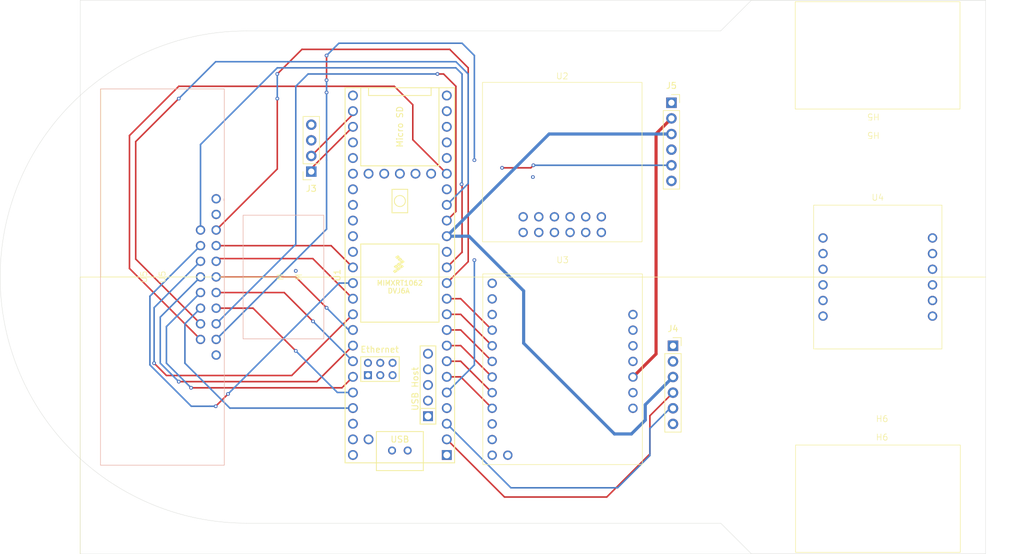
<source format=kicad_pcb>
(kicad_pcb (version 20241229) (generator "pcbnew") (generator_version "9.0")
  (title_block (title "Line Follower") (date "2025-07-18") (rev "1.0"))
  (layers (0 "F.Cu" signal) (4 "In1.Cu" power) (6 "In2.Cu" power) (2 "B.Cu" signal) (13 "F.Paste" user) (15 "B.Paste" user) (5 "F.SilkS" user "F.Silkscreen") (7 "B.SilkS" user "B.Silkscreen") (1 "F.Mask" user) (3 "B.Mask" user) (25 "Edge.Cuts" user))
  (net 0 "")
  (net 32 "+5V")
  (net 33 "GND")
  (net 34 "+12V")
  (net 47 "/QTRX5")
  (net 48 "/QTRX9")
  (net 49 "/QTRX15")
  (net 50 "/QTRX3")
  (net 51 "+3.3V")
  (net 52 "/QTRX7")
  (net 53 "/QTRX1")
  (net 54 "/QTRX13")
  (net 55 "/QTRXODD")
  (net 56 "/QTRX11")
  (net 57 "/QTRX14")
  (net 58 "/QTRX6")
  (net 59 "/QTRXEVN")
  (net 60 "/QTRX10")
  (net 61 "/QTRX2")
  (net 62 "/QTRX12")
  (net 63 "/QTRX4")
  (net 64 "/QTRX8")
  (net 65 "/ESP8266 RX8")
  (net 66 "/ESP8266 TX8")
  (net 67 "/M2INA")
  (net 68 "/M1INB")
  (net 69 "/ENCODER1_A")
  (net 70 "/M2INB")
  (net 71 "/M2PWM")
  (net 72 "/M1PWM")
  (net 73 "/ENCODER2_B")
  (net 77 "/M1INA")
  (net 78 "/ENCODER2_A")
  (net 79 "/ENCODER1_B")
  (net 81 "/M2A")
  (net 82 "/M1A")
  (net 83 "/M1B")
  (net 84 "/M2B")
  (net 89 "+3.3V1")
  (footprint "teensy:Teensy41" (layer "F.Cu") (at 117.9 91.71 90)
    (property "Reference" "U1" (at 0 -10.16 90) (layer "F.SilkS"))
    (property "Value" "Teensy4.1")
    (fp_line (start 30.48 -8.89) (end 30.48 8.89) (stroke (width 0.15)) (layer "F.SilkS"))
    (fp_line (start -30.48 -8.89) (end 30.48 -8.89) (stroke (width 0.15)) (layer "F.SilkS"))
    (fp_line (start -13.25 -6.3516) (end -17.25 -6.3516) (stroke (width 0.15)) (layer "F.SilkS"))
    (fp_line (start -17.25 -6.3516) (end -17.25 -6.1016) (stroke (width 0.15)) (layer "F.SilkS"))
    (fp_line (start 30.48 -6.35) (end 17.78 -6.35) (stroke (width 0.15)) (layer "F.SilkS"))
    (fp_line (start 17.78 -6.35) (end 17.78 6.35) (stroke (width 0.15)) (layer "F.SilkS"))
    (fp_line (start 5.08 -6.35) (end -7.62 -6.35) (stroke (width 0.15)) (layer "F.SilkS"))
    (fp_line (start -7.62 -6.35) (end -7.62 6.35) (stroke (width 0.15)) (layer "F.SilkS"))
    (fp_line (start -17.25 -6.1016) (end -17.25 -0.1016) (stroke (width 0.15)) (layer "F.SilkS"))
    (fp_line (start 30.48 -5.08) (end 29.21 -5.08) (stroke (width 0.15)) (layer "F.SilkS"))
    (fp_line (start 29.21 -5.08) (end 29.21 5.08) (stroke (width 0.15)) (layer "F.SilkS"))
    (fp_line (start -25.4 -3.81) (end -30.48 -3.81) (stroke (width 0.15)) (layer "F.SilkS"))
    (fp_line (start -31.75 -3.81) (end -30.48 -3.81) (stroke (width 0.15)) (layer "F.SilkS"))
    (fp_line (start 13.97 -1.27) (end 13.97 1.27) (stroke (width 0.15)) (layer "F.SilkS"))
    (fp_line (start 10.16 -1.27) (end 13.97 -1.27) (stroke (width 0.15)) (layer "F.SilkS"))
    (fp_line (start -13.25 -0.1016) (end -13.25 -6.3516) (stroke (width 0.15)) (layer "F.SilkS"))
    (fp_line (start -17.25 -0.1016) (end -13.25 -0.1016) (stroke (width 0.15)) (layer "F.SilkS"))
    (fp_line (start 13.97 1.27) (end 10.16 1.27) (stroke (width 0.15)) (layer "F.SilkS"))
    (fp_line (start 10.16 1.27) (end 10.16 -1.27) (stroke (width 0.15)) (layer "F.SilkS"))
    (fp_line (start -11.4808 3.2992) (end -11.4808 5.8392) (stroke (width 0.15)) (layer "F.SilkS"))
    (fp_line (start -21.6408 3.2992) (end -21.6408 5.8392) (stroke (width 0.15)) (layer "F.SilkS"))
    (fp_line (start -24.1808 3.2992) (end -11.4808 3.2992) (stroke (width 0.15)) (layer "F.SilkS"))
    (fp_line (start -24.1808 3.2992) (end -21.6408 3.2992) (stroke (width 0.15)) (layer "F.SilkS"))
    (fp_line (start -25.4 3.81) (end -25.4 -3.81) (stroke (width 0.15)) (layer "F.SilkS"))
    (fp_line (start -25.4 3.81) (end -30.48 3.81) (stroke (width 0.15)) (layer "F.SilkS"))
    (fp_line (start -30.48 3.81) (end -31.75 3.81) (stroke (width 0.15)) (layer "F.SilkS"))
    (fp_line (start -31.75 3.81) (end -31.75 -3.81) (stroke (width 0.15)) (layer "F.SilkS"))
    (fp_line (start 29.21 5.08) (end 30.48 5.08) (stroke (width 0.15)) (layer "F.SilkS"))
    (fp_line (start -11.4808 5.8392) (end -24.1808 5.8392) (stroke (width 0.15)) (layer "F.SilkS"))
    (fp_line (start -24.1808 5.8392) (end -24.1808 3.2992) (stroke (width 0.15)) (layer "F.SilkS"))
    (fp_line (start 17.78 6.35) (end 30.48 6.35) (stroke (width 0.15)) (layer "F.SilkS"))
    (fp_line (start 5.08 6.35) (end 5.08 -6.35) (stroke (width 0.15)) (layer "F.SilkS"))
    (fp_line (start -7.62 6.35) (end 5.08 6.35) (stroke (width 0.15)) (layer "F.SilkS"))
    (fp_line (start 30.48 8.89) (end -30.48 8.89) (stroke (width 0.15)) (layer "F.SilkS"))
    (fp_line (start -30.48 8.89) (end -30.48 -8.89) (stroke (width 0.15)) (layer "F.SilkS"))
    (fp_circle (center 12.065 0) (end 12.7 -0.635) (stroke (width 0.15)) (fill no) (layer "F.SilkS"))
    (fp_poly (pts (xy 0.911 -0.688) (xy 0.657 -0.434) (xy 0.403 -0.815) (xy 0.657 -1.069)) (stroke (width 0.1)) (fill yes) (layer "F.SilkS"))
    (fp_poly (pts (xy 1.673 -0.561) (xy 1.419 -0.307) (xy 1.165 -0.688) (xy 1.419 -0.942)) (stroke (width 0.1)) (fill yes) (layer "F.SilkS"))
    (fp_poly (pts (xy 3.197 -0.307) (xy 2.943 -0.053) (xy 2.689 -0.434) (xy 2.943 -0.688)) (stroke (width 0.1)) (fill yes) (layer "F.SilkS"))
    (fp_poly (pts (xy 1.292 -0.18) (xy 1.038 0.074) (xy 0.784 -0.307) (xy 1.038 -0.561)) (stroke (width 0.1)) (fill yes) (layer "F.SilkS"))
    (fp_poly (pts (xy 2.054 -0.053) (xy 1.8 0.201) (xy 1.546 -0.18) (xy 1.8 -0.434)) (stroke (width 0.1)) (fill yes) (layer "F.SilkS"))
    (fp_poly (pts (xy 2.816 0.074) (xy 2.562 0.328) (xy 2.308 -0.053) (xy 2.562 -0.307)) (stroke (width 0.1)) (fill yes) (layer "F.SilkS"))
    (fp_poly (pts (xy 1.673 0.328) (xy 1.419 0.582) (xy 1.165 0.201) (xy 1.419 -0.053)) (stroke (width 0.1)) (fill yes) (layer "F.SilkS"))
    (fp_poly (pts (xy 2.435 0.455) (xy 2.181 0.709) (xy 1.927 0.328) (xy 2.181 0.074)) (stroke (width 0.1)) (fill yes) (layer "F.SilkS"))
    (fp_text user "Micro SD" (at 24.13 0 90) (layer "F.SilkS"))
    (fp_text user "MIMXRT1062" (at -1.27 0 0) (layer "F.SilkS") (effects (font (size 0.8 0.8))))
    (fp_text user "USB Host" (at -18.4658 2.4892 90) (layer "F.SilkS"))
    (fp_text user "USB" (at -26.67 0 0) (layer "F.SilkS"))
    (fp_text user "Ethernet" (at -12.065 -3.2766 0) (layer "F.SilkS"))
    (fp_text user "DVJ6A" (at -2.54 -0.18 0) (layer "F.SilkS") (effects (font (size 0.8 0.8))))
    (pad "1" thru_hole rect (at -29.21 7.62 90) (size 1.6 1.6) (drill 1.1) (layers "*.Cu" "*.Mask") (net 33 "GND"))
    (pad "2" thru_hole circle (at -26.67 7.62 90) (size 1.6 1.6) (drill 1.1) (layers "*.Cu" "*.Mask") (net 69 "/ENCODER1_A"))
    (pad "3" thru_hole circle (at -24.13 7.62 90) (size 1.6 1.6) (drill 1.1) (layers "*.Cu" "*.Mask") (net 79 "/ENCODER1_B"))
    (pad "4" thru_hole circle (at -21.59 7.62 90) (size 1.6 1.6) (drill 1.1) (layers "*.Cu" "*.Mask") (net 78 "/ENCODER2_A"))
    (pad "5" thru_hole circle (at -19.05 7.62 90) (size 1.6 1.6) (drill 1.1) (layers "*.Cu" "*.Mask") (net 73 "/ENCODER2_B"))
    (pad "6" thru_hole circle (at -16.51 7.62 90) (size 1.6 1.6) (drill 1.1) (layers "*.Cu" "*.Mask") (net 71 "/M2PWM"))
    (pad "7" thru_hole circle (at -13.97 7.62 90) (size 1.6 1.6) (drill 1.1) (layers "*.Cu" "*.Mask") (net 70 "/M2INB"))
    (pad "8" thru_hole circle (at -11.43 7.62 90) (size 1.6 1.6) (drill 1.1) (layers "*.Cu" "*.Mask") (net 67 "/M2INA"))
    (pad "9" thru_hole circle (at -8.89 7.62 90) (size 1.6 1.6) (drill 1.1) (layers "*.Cu" "*.Mask") (net 72 "/M1PWM"))
    (pad "10" thru_hole circle (at -6.35 7.62 90) (size 1.6 1.6) (drill 1.1) (layers "*.Cu" "*.Mask") (net 68 "/M1INB"))
    (pad "11" thru_hole circle (at -3.81 7.62 90) (size 1.6 1.6) (drill 1.1) (layers "*.Cu" "*.Mask") (net 77 "/M1INA"))
    (pad "12" thru_hole circle (at -1.27 7.62 90) (size 1.6 1.6) (drill 1.1) (layers "*.Cu" "*.Mask") (net 55 "/QTRXODD"))
    (pad "13" thru_hole circle (at 1.27 7.62 90) (size 1.6 1.6) (drill 1.1) (layers "*.Cu" "*.Mask") (net 59 "/QTRXEVN"))
    (pad "14" thru_hole circle (at 3.81 7.62 90) (size 1.6 1.6) (drill 1.1) (layers "*.Cu" "*.Mask"))
    (pad "15" thru_hole circle (at 6.35 7.62 90) (size 1.6 1.6) (drill 1.1) (layers "*.Cu" "*.Mask") (net 51 "+3.3V"))
    (pad "16" thru_hole circle (at 8.89 7.62 90) (size 1.6 1.6) (drill 1.1) (layers "*.Cu" "*.Mask") (net 56 "/QTRX11"))
    (pad "17" thru_hole circle (at 11.43 7.62 90) (size 1.6 1.6) (drill 1.1) (layers "*.Cu" "*.Mask") (net 62 "/QTRX12"))
    (pad "18" thru_hole circle (at 13.97 7.62 90) (size 1.6 1.6) (drill 1.1) (layers "*.Cu" "*.Mask") (net 54 "/QTRX13"))
    (pad "19" thru_hole circle (at 16.51 7.62 90) (size 1.6 1.6) (drill 1.1) (layers "*.Cu" "*.Mask") (net 57 "/QTRX14"))
    (pad "20" thru_hole circle (at 19.05 7.62 90) (size 1.6 1.6) (drill 1.1) (layers "*.Cu" "*.Mask"))
    (pad "21" thru_hole circle (at 21.59 7.62 90) (size 1.6 1.6) (drill 1.1) (layers "*.Cu" "*.Mask"))
    (pad "22" thru_hole circle (at 24.13 7.62 90) (size 1.6 1.6) (drill 1.1) (layers "*.Cu" "*.Mask"))
    (pad "23" thru_hole circle (at 26.67 7.62 90) (size 1.6 1.6) (drill 1.1) (layers "*.Cu" "*.Mask"))
    (pad "24" thru_hole circle (at 29.21 7.62 90) (size 1.6 1.6) (drill 1.1) (layers "*.Cu" "*.Mask"))
    (pad "25" thru_hole circle (at 29.21 -7.62 90) (size 1.6 1.6) (drill 1.1) (layers "*.Cu" "*.Mask"))
    (pad "26" thru_hole circle (at 26.67 -7.62 90) (size 1.6 1.6) (drill 1.1) (layers "*.Cu" "*.Mask") (net 66 "/ESP8266 TX8"))
    (pad "27" thru_hole circle (at 24.13 -7.62 90) (size 1.6 1.6) (drill 1.1) (layers "*.Cu" "*.Mask") (net 65 "/ESP8266 RX8"))
    (pad "28" thru_hole circle (at 21.59 -7.62 90) (size 1.6 1.6) (drill 1.1) (layers "*.Cu" "*.Mask"))
    (pad "29" thru_hole circle (at 19.05 -7.62 90) (size 1.6 1.6) (drill 1.1) (layers "*.Cu" "*.Mask"))
    (pad "30" thru_hole circle (at 16.51 -7.62 90) (size 1.6 1.6) (drill 1.1) (layers "*.Cu" "*.Mask") (net 49 "/QTRX15"))
    (pad "31" thru_hole circle (at 13.97 -7.62 90) (size 1.6 1.6) (drill 1.1) (layers "*.Cu" "*.Mask"))
    (pad "32" thru_hole circle (at 11.43 -7.62 90) (size 1.6 1.6) (drill 1.1) (layers "*.Cu" "*.Mask"))
    (pad "33" thru_hole circle (at 8.89 -7.62 90) (size 1.6 1.6) (drill 1.1) (layers "*.Cu" "*.Mask"))
    (pad "34" thru_hole circle (at 6.35 -7.62 90) (size 1.6 1.6) (drill 1.1) (layers "*.Cu" "*.Mask") (net 33 "GND"))
    (pad "35" thru_hole circle (at 3.81 -7.62 90) (size 1.6 1.6) (drill 1.1) (layers "*.Cu" "*.Mask"))
    (pad "36" thru_hole circle (at 1.27 -7.62 90) (size 1.6 1.6) (drill 1.1) (layers "*.Cu" "*.Mask") (net 53 "/QTRX1"))
    (pad "37" thru_hole circle (at -1.27 -7.62 90) (size 1.6 1.6) (drill 1.1) (layers "*.Cu" "*.Mask") (net 61 "/QTRX2"))
    (pad "38" thru_hole circle (at -3.81 -7.62 90) (size 1.6 1.6) (drill 1.1) (layers "*.Cu" "*.Mask") (net 50 "/QTRX3"))
    (pad "39" thru_hole circle (at -6.35 -7.62 90) (size 1.6 1.6) (drill 1.1) (layers "*.Cu" "*.Mask") (net 63 "/QTRX4"))
    (pad "40" thru_hole circle (at -8.89 -7.62 90) (size 1.6 1.6) (drill 1.1) (layers "*.Cu" "*.Mask") (net 47 "/QTRX5"))
    (pad "41" thru_hole circle (at -11.43 -7.62 90) (size 1.6 1.6) (drill 1.1) (layers "*.Cu" "*.Mask") (net 58 "/QTRX6"))
    (pad "42" thru_hole circle (at -13.97 -7.62 90) (size 1.6 1.6) (drill 1.1) (layers "*.Cu" "*.Mask") (net 52 "/QTRX7"))
    (pad "43" thru_hole circle (at -16.51 -7.62 90) (size 1.6 1.6) (drill 1.1) (layers "*.Cu" "*.Mask") (net 64 "/QTRX8"))
    (pad "44" thru_hole circle (at -19.05 -7.62 90) (size 1.6 1.6) (drill 1.1) (layers "*.Cu" "*.Mask") (net 48 "/QTRX9"))
    (pad "45" thru_hole circle (at -21.59 -7.62 90) (size 1.6 1.6) (drill 1.1) (layers "*.Cu" "*.Mask") (net 60 "/QTRX10"))
    (pad "46" thru_hole circle (at -24.13 -7.62 90) (size 1.6 1.6) (drill 1.1) (layers "*.Cu" "*.Mask") (net 89 "+3.3V1"))
    (pad "47" thru_hole circle (at -26.67 -7.62 90) (size 1.6 1.6) (drill 1.1) (layers "*.Cu" "*.Mask") (net 33 "GND"))
    (pad "48" thru_hole circle (at -29.21 -7.62 90) (size 1.6 1.6) (drill 1.1) (layers "*.Cu" "*.Mask") (net 32 "+5V"))
    (pad "49" thru_hole circle (at -26.67 -5.08 90) (size 1.6 1.6) (drill 1.1) (layers "*.Cu" "*.Mask"))
    (pad "50" thru_hole circle (at 16.51 5.08 90) (size 1.6 1.6) (drill 1.1) (layers "*.Cu" "*.Mask"))
    (pad "51" thru_hole circle (at 16.51 2.54 90) (size 1.6 1.6) (drill 1.1) (layers "*.Cu" "*.Mask"))
    (pad "52" thru_hole circle (at 16.51 0 90) (size 1.6 1.6) (drill 1.1) (layers "*.Cu" "*.Mask"))
    (pad "53" thru_hole circle (at 16.51 -2.54 90) (size 1.6 1.6) (drill 1.1) (layers "*.Cu" "*.Mask"))
    (pad "54" thru_hole circle (at 16.51 -5.08 90) (size 1.6 1.6) (drill 1.1) (layers "*.Cu" "*.Mask"))
    (pad "55" thru_hole rect (at -22.9108 4.5692 90) (size 1.6 1.6) (drill 1.1) (layers "*.Cu" "*.Mask"))
    (pad "56" thru_hole circle (at -20.3708 4.5692 90) (size 1.6 1.6) (drill 1.1) (layers "*.Cu" "*.Mask"))
    (pad "57" thru_hole circle (at -17.8308 4.5692 90) (size 1.6 1.6) (drill 1.1) (layers "*.Cu" "*.Mask"))
    (pad "58" thru_hole circle (at -15.2908 4.5692 90) (size 1.6 1.6) (drill 1.1) (layers "*.Cu" "*.Mask"))
    (pad "59" thru_hole circle (at -12.7508 4.5692 90) (size 1.6 1.6) (drill 1.1) (layers "*.Cu" "*.Mask"))
    (pad "60" thru_hole rect (at -16.24 -5.1816 90) (size 1.3 1.3) (drill 0.8) (layers "*.Cu" "*.Mask"))
    (pad "61" thru_hole circle (at -16.24 -3.1816 90) (size 1.3 1.3) (drill 0.8) (layers "*.Cu" "*.Mask"))
    (pad "62" thru_hole circle (at -16.24 -1.1816 90) (size 1.3 1.3) (drill 0.8) (layers "*.Cu" "*.Mask"))
    (pad "63" thru_hole circle (at -14.24 -1.1816 90) (size 1.3 1.3) (drill 0.8) (layers "*.Cu" "*.Mask"))
    (pad "64" thru_hole circle (at -14.24 -3.1816 90) (size 1.3 1.3) (drill 0.8) (layers "*.Cu" "*.Mask"))
    (pad "65" thru_hole circle (at -14.24 -5.1816 90) (size 1.3 1.3) (drill 0.8) (layers "*.Cu" "*.Mask"))
    (pad "66" thru_hole circle (at -28.48 -1.27 90) (size 1.3 1.3) (drill 0.8) (layers "*.Cu" "*.Mask"))
    (pad "67" thru_hole circle (at -28.48 1.27 90) (size 1.3 1.3) (drill 0.8) (layers "*.Cu" "*.Mask"))
  )
  (footprint "Pololu:D42V55F5" (layer "F.Cu") (at 131.57 86.02)
    (property "Reference" "U2" (at 12.7 -26.67 0) (layer "F.SilkS") (effects (font (thickness 0.1))))
    (property "Value" "D42V55F5 5V Voltage Regulator")
    (fp_rect (start -0.254 -25.654) (end 25.654 0.254) (stroke (width 0.1)) (fill no) (layer "F.SilkS"))
    (pad "" np_thru_hole circle (at 2.15 -2.2) (size 2.2 2.2) (drill 2.2) (layers "F&B.Cu" "*.Mask"))
    (pad "" np_thru_hole circle (at 23.25 -23.3) (size 2.2 2.2) (drill 2.2) (layers "F&B.Cu" "*.Mask"))
    (pad "" np_thru_hole circle (at 23.25 -2.2) (size 2.2 2.2) (drill 2.2) (layers "F&B.Cu" "*.Mask"))
    (pad "1" thru_hole circle (at 6.35 -3.81) (size 1.52 1.52) (drill 1.02) (layers "*.Cu" "*.Mask") (net 32 "+5V"))
    (pad "1" thru_hole circle (at 6.35 -1.27) (size 1.52 1.52) (drill 1.02) (layers "*.Cu" "*.Mask") (net 32 "+5V"))
    (pad "2" thru_hole circle (at 8.89 -3.81) (size 1.52 1.52) (drill 1.02) (layers "*.Cu" "*.Mask") (net 33 "GND"))
    (pad "2" thru_hole circle (at 8.89 -1.27) (size 1.52 1.52) (drill 1.02) (layers "*.Cu" "*.Mask") (net 33 "GND"))
    (pad "2" thru_hole circle (at 11.43 -3.81) (size 1.52 1.52) (drill 1.02) (layers "*.Cu" "*.Mask") (net 33 "GND"))
    (pad "2" thru_hole circle (at 11.43 -1.27) (size 1.52 1.52) (drill 1.02) (layers "*.Cu" "*.Mask") (net 33 "GND"))
    (pad "3" thru_hole circle (at 13.97 -3.81) (size 1.52 1.52) (drill 1.02) (layers "*.Cu" "*.Mask") (net 34 "+12V"))
    (pad "3" thru_hole circle (at 13.97 -1.27) (size 1.52 1.52) (drill 1.02) (layers "*.Cu" "*.Mask") (net 34 "+12V"))
    (pad "4" thru_hole circle (at 16.51 -3.81) (size 1.52 1.52) (drill 1.02) (layers "*.Cu" "*.Mask"))
    (pad "4" thru_hole circle (at 16.51 -1.27) (size 1.52 1.52) (drill 1.02) (layers "*.Cu" "*.Mask"))
    (pad "5" thru_hole circle (at 19.05 -3.81) (size 1.52 1.52) (drill 1.02) (layers "*.Cu" "*.Mask"))
    (pad "6" thru_hole circle (at 19.05 -1.27) (size 1.52 1.52) (drill 1.02) (layers "*.Cu" "*.Mask"))
  )
  (footprint "Pololu:Big MOSFET Slide Switch with Reverse Voltage Protection, MP" (layer "F.Cu") (at 185.34 103.43)
    (property "Reference" "U4" (at 10.16 -24.36 0) (layer "F.SilkS") (effects (font (thickness 0.1))))
    (property "Value" "Big MOSFET Slide Switch with Reverse Voltage Protection, MP")
    (fp_rect (start -0.254 -23.114) (end 20.574 0.254) (stroke (width 0.1)) (fill no) (layer "F.SilkS"))
    (pad "1" thru_hole circle (at 1.27 -17.78) (size 1.52 1.52) (drill 1.02) (layers "*.Cu" "*.Mask"))
    (pad "2" thru_hole circle (at 1.27 -15.24) (size 1.52 1.52) (drill 1.02) (layers "*.Cu" "*.Mask"))
    (pad "3" thru_hole circle (at 1.27 -12.7) (size 1.52 1.52) (drill 1.02) (layers "*.Cu" "*.Mask"))
    (pad "4" thru_hole circle (at 1.27 -10.16) (size 1.52 1.52) (drill 1.02) (layers "*.Cu" "*.Mask"))
    (pad "5" thru_hole circle (at 1.27 -7.62) (size 1.52 1.52) (drill 1.02) (layers "*.Cu" "*.Mask"))
    (pad "6" thru_hole circle (at 1.27 -5.08) (size 1.52 1.52) (drill 1.02) (layers "*.Cu" "*.Mask"))
    (pad "7" thru_hole circle (at 19.05 -17.78) (size 1.52 1.52) (drill 1.02) (layers "*.Cu" "*.Mask") (net 34 "+12V"))
    (pad "8" thru_hole circle (at 19.05 -15.24) (size 1.52 1.52) (drill 1.02) (layers "*.Cu" "*.Mask") (net 34 "+12V"))
    (pad "9" thru_hole circle (at 19.05 -12.7) (size 1.52 1.52) (drill 1.02) (layers "*.Cu" "*.Mask") (net 33 "GND"))
    (pad "10" thru_hole circle (at 19.05 -10.16) (size 1.52 1.52) (drill 1.02) (layers "*.Cu" "*.Mask") (net 33 "GND"))
    (pad "11" thru_hole circle (at 19.05 -7.62) (size 1.52 1.52) (drill 1.02) (layers "*.Cu" "*.Mask"))
    (pad "12" thru_hole circle (at 19.05 -5.08) (size 1.52 1.52) (drill 1.02) (layers "*.Cu" "*.Mask"))
  )
  (footprint "Connector_PinSocket_2.54mm:PinSocket_1x06_P2.54mm_Vertical" (layer "F.Cu") (at 162.25 103.17)
    (property "Reference" "J4" (at 0 -2.77 0) (layer "F.SilkS"))
    (property "Value" "Conn_01x06")
    (fp_line (start -1.33 1.27) (end -1.33 14.03) (stroke (width 0.12)) (layer "F.SilkS"))
    (fp_line (start -1.33 1.27) (end 1.33 1.27) (stroke (width 0.12)) (layer "F.SilkS"))
    (fp_line (start -1.33 14.03) (end 1.33 14.03) (stroke (width 0.12)) (layer "F.SilkS"))
    (fp_line (start 0 -1.33) (end 1.33 -1.33) (stroke (width 0.12)) (layer "F.SilkS"))
    (fp_line (start 1.33 -1.33) (end 1.33 0) (stroke (width 0.12)) (layer "F.SilkS"))
    (fp_line (start 1.33 1.27) (end 1.33 14.03) (stroke (width 0.12)) (layer "F.SilkS"))
    (pad "1" thru_hole rect (at 0 0) (size 1.7 1.7) (drill 1) (layers "*.Cu" "*.Mask") (net 82 "/M1A"))
    (pad "2" thru_hole circle (at 0 2.54) (size 1.7 1.7) (drill 1) (layers "*.Cu" "*.Mask") (net 83 "/M1B"))
    (pad "3" thru_hole circle (at 0 5.08) (size 1.7 1.7) (drill 1) (layers "*.Cu" "*.Mask") (net 51 "+3.3V"))
    (pad "4" thru_hole circle (at 0 7.62) (size 1.7 1.7) (drill 1) (layers "*.Cu" "*.Mask") (net 69 "/ENCODER1_A"))
    (pad "5" thru_hole circle (at 0 10.16) (size 1.7 1.7) (drill 1) (layers "*.Cu" "*.Mask") (net 79 "/ENCODER1_B"))
    (pad "6" thru_hole circle (at 0 12.7) (size 1.7 1.7) (drill 1) (layers "*.Cu" "*.Mask") (net 33 "GND"))
  )
  (footprint "Connector_PinSocket_2.54mm:PinSocket_1x04_P2.54mm_Vertical" (layer "F.Cu") (at 103.52 74.86 180)
    (property "Reference" "J3" (at 0 -2.77 0) (layer "F.SilkS"))
    (property "Value" "Conn_01x04")
    (fp_line (start 1.33 1.27) (end 1.33 8.95) (stroke (width 0.12)) (layer "F.SilkS"))
    (fp_line (start 1.33 -1.33) (end 1.33 0) (stroke (width 0.12)) (layer "F.SilkS"))
    (fp_line (start 0 -1.33) (end 1.33 -1.33) (stroke (width 0.12)) (layer "F.SilkS"))
    (fp_line (start -1.33 8.95) (end 1.33 8.95) (stroke (width 0.12)) (layer "F.SilkS"))
    (fp_line (start -1.33 1.27) (end 1.33 1.27) (stroke (width 0.12)) (layer "F.SilkS"))
    (fp_line (start -1.33 1.27) (end -1.33 8.95) (stroke (width 0.12)) (layer "F.SilkS"))
    (pad "1" thru_hole rect (at 0 0 180) (size 1.7 1.7) (drill 1) (layers "*.Cu" "*.Mask") (net 65 "/ESP8266 RX8"))
    (pad "2" thru_hole circle (at 0 2.54 180) (size 1.7 1.7) (drill 1) (layers "*.Cu" "*.Mask") (net 66 "/ESP8266 TX8"))
    (pad "3" thru_hole circle (at 0 5.08 180) (size 1.7 1.7) (drill 1) (layers "*.Cu" "*.Mask") (net 32 "+5V"))
    (pad "4" thru_hole circle (at 0 7.62 180) (size 1.7 1.7) (drill 1) (layers "*.Cu" "*.Mask") (net 33 "GND"))
  )
  (footprint "Pololu:Pololu Extended Motor Bracket" (layer "F.Cu") (at 195.5 128)
    (property "Reference" "H6" (at 0.7 -12.95 0) (layer "F.SilkS") (effects (font (thickness 0.1))))
    (property "Value" "~")
    (fp_rect (start -13.35 -8.7) (end 13.4 8.75) (stroke (width 0.1)) (fill no) (layer "F.SilkS"))
    (fp_text user "${REFERENCE}" (at 0.7 -9.95 0) (layer "F.SilkS") (effects (font (thickness 0.1))))
    (pad "" np_thru_hole circle (at -9 -4.4) (size 2.2 2.2) (drill 2.2) (layers "F&B.Cu" "*.Mask"))
    (pad "" np_thru_hole circle (at 9 -4.4) (size 2.2 2.2) (drill 2.2) (layers "F&B.Cu" "*.Mask"))
  )
  (footprint "Pololu:TB67H420FTG Dual Motor Driver Carrier" (layer "F.Cu") (at 131.62 122.22)
    (property "Reference" "U3" (at 12.7 -32.99 0) (layer "F.SilkS") (effects (font (thickness 0.1))))
    (property "Value" "TB67H420FTG Dual Motor Driver Carrier")
    (fp_rect (start -0.254 -30.734) (end 25.654 0.254) (stroke (width 0.1)) (fill no) (layer "F.SilkS"))
    (pad "" np_thru_hole circle (at 22.9 -27.9) (size 2.2 2.2) (drill 2.2) (layers "F&B.Cu" "*.Mask"))
    (pad "" np_thru_hole circle (at 22.9 -2.5) (size 2.2 2.2) (drill 2.2) (layers "F&B.Cu" "*.Mask"))
    (pad "1" thru_hole circle (at 1.27 -29.21) (size 1.52 1.52) (drill 1.02) (layers "*.Cu" "*.Mask"))
    (pad "2" thru_hole circle (at 1.27 -26.67) (size 1.52 1.52) (drill 1.02) (layers "*.Cu" "*.Mask"))
    (pad "3" thru_hole circle (at 1.27 -24.13) (size 1.52 1.52) (drill 1.02) (layers "*.Cu" "*.Mask"))
    (pad "4" thru_hole circle (at 1.27 -21.59) (size 1.52 1.52) (drill 1.02) (layers "*.Cu" "*.Mask") (net 77 "/M1INA"))
    (pad "5" thru_hole circle (at 1.27 -19.05) (size 1.52 1.52) (drill 1.02) (layers "*.Cu" "*.Mask") (net 68 "/M1INB"))
    (pad "6" thru_hole circle (at 1.27 -16.51) (size 1.52 1.52) (drill 1.02) (layers "*.Cu" "*.Mask") (net 72 "/M1PWM"))
    (pad "7" thru_hole circle (at 1.27 -13.97) (size 1.52 1.52) (drill 1.02) (layers "*.Cu" "*.Mask") (net 67 "/M2INA"))
    (pad "8" thru_hole circle (at 1.27 -11.43) (size 1.52 1.52) (drill 1.02) (layers "*.Cu" "*.Mask") (net 70 "/M2INB"))
    (pad "9" thru_hole circle (at 1.27 -8.89) (size 1.52 1.52) (drill 1.02) (layers "*.Cu" "*.Mask") (net 71 "/M2PWM"))
    (pad "10" thru_hole circle (at 1.27 -6.35) (size 1.52 1.52) (drill 1.02) (layers "*.Cu" "*.Mask"))
    (pad "11" thru_hole circle (at 1.27 -3.81) (size 1.52 1.52) (drill 1.02) (layers "*.Cu" "*.Mask"))
    (pad "12" thru_hole circle (at 1.27 -1.27) (size 1.52 1.52) (drill 1.02) (layers "*.Cu" "*.Mask"))
    (pad "13" thru_hole circle (at 3.81 -1.27) (size 1.52 1.52) (drill 1.02) (layers "*.Cu" "*.Mask"))
    (pad "14" thru_hole circle (at 24.13 -24.13) (size 1.52 1.52) (drill 1.02) (layers "*.Cu" "*.Mask") (net 34 "+12V"))
    (pad "15" thru_hole circle (at 24.13 -21.59) (size 1.52 1.52) (drill 1.02) (layers "*.Cu" "*.Mask") (net 33 "GND"))
    (pad "16" thru_hole circle (at 24.13 -19.05) (size 1.52 1.52) (drill 1.02) (layers "*.Cu" "*.Mask") (net 33 "GND"))
    (pad "17" thru_hole circle (at 24.13 -16.51) (size 1.52 1.52) (drill 1.02) (layers "*.Cu" "*.Mask") (net 81 "/M2A"))
    (pad "18" thru_hole circle (at 24.13 -13.97) (size 1.52 1.52) (drill 1.02) (layers "*.Cu" "*.Mask") (net 84 "/M2B"))
    (pad "19" thru_hole circle (at 24.13 -11.43) (size 1.52 1.52) (drill 1.02) (layers "*.Cu" "*.Mask") (net 83 "/M1B"))
    (pad "20" thru_hole circle (at 24.13 -8.89) (size 1.52 1.52) (drill 1.02) (layers "*.Cu" "*.Mask") (net 82 "/M1A"))
  )
  (footprint "Connector_PinSocket_2.54mm:PinSocket_1x06_P2.54mm_Vertical" (layer "F.Cu") (at 162 63.675)
    (property "Reference" "J5" (at 0 -2.77 0) (layer "F.SilkS"))
    (property "Value" "Conn_01x06")
    (fp_line (start -1.33 1.27) (end -1.33 14.03) (stroke (width 0.12)) (layer "F.SilkS"))
    (fp_line (start -1.33 1.27) (end 1.33 1.27) (stroke (width 0.12)) (layer "F.SilkS"))
    (fp_line (start -1.33 14.03) (end 1.33 14.03) (stroke (width 0.12)) (layer "F.SilkS"))
    (fp_line (start 0 -1.33) (end 1.33 -1.33) (stroke (width 0.12)) (layer "F.SilkS"))
    (fp_line (start 1.33 -1.33) (end 1.33 0) (stroke (width 0.12)) (layer "F.SilkS"))
    (fp_line (start 1.33 1.27) (end 1.33 14.03) (stroke (width 0.12)) (layer "F.SilkS"))
    (pad "1" thru_hole rect (at 0 0) (size 1.7 1.7) (drill 1) (layers "*.Cu" "*.Mask") (net 81 "/M2A"))
    (pad "2" thru_hole circle (at 0 2.54) (size 1.7 1.7) (drill 1) (layers "*.Cu" "*.Mask") (net 84 "/M2B"))
    (pad "3" thru_hole circle (at 0 5.08) (size 1.7 1.7) (drill 1) (layers "*.Cu" "*.Mask") (net 51 "+3.3V"))
    (pad "4" thru_hole circle (at 0 7.62) (size 1.7 1.7) (drill 1) (layers "*.Cu" "*.Mask") (net 78 "/ENCODER2_A"))
    (pad "5" thru_hole circle (at 0 10.16) (size 1.7 1.7) (drill 1) (layers "*.Cu" "*.Mask") (net 73 "/ENCODER2_B"))
    (pad "6" thru_hole circle (at 0 12.7) (size 1.7 1.7) (drill 1) (layers "*.Cu" "*.Mask") (net 33 "GND"))
  )
  (footprint "Pololu:QTRX-HD-15A" (layer "F.Cu") (at 89.3425 122.48 90)
    (property "Reference" "U5" (at 30.5 -13 90) (layer "F.SilkS") (effects (font (thickness 0.1))))
    (property "Value" "QTRX-HD-15A")
    (fp_line (start 61 -20) (end 30.5 -20) (stroke (width 0.1)) (layer "F.SilkS"))
    (fp_line (start 30.5 -20) (end 30.5 0) (stroke (width 0.1)) (layer "F.SilkS"))
    (fp_line (start 43.2 0) (end 42.9 0) (stroke (width 0.1)) (layer "B.SilkS"))
    (fp_rect (start -0.1 -20.05) (end 61.05 0.05) (stroke (width 0.1)) (fill no) (layer "B.SilkS"))
    (fp_text user "${REFERENCE}" (at 30.5 -10 90) (layer "F.SilkS") (effects (font (thickness 0.1))))
    (pad "" np_thru_hole circle (at 2.5 -17.5 90) (size 2.18 2.18) (drill 2.18) (layers "F&B.Cu" "*.Mask"))
    (pad "" np_thru_hole circle (at 58.5 -17.5 90) (size 2.18 2.18) (drill 2.18) (layers "F&B.Cu" "*.Mask"))
    (pad "1" thru_hole circle (at 35.58 -1.27 90) (size 1.52 1.52) (drill 1.02) (layers "*.Cu" "*.Mask") (net 53 "/QTRX1"))
    (pad "2" thru_hole circle (at 35.58 -3.81 90) (size 1.52 1.52) (drill 1.02) (layers "*.Cu" "*.Mask") (net 61 "/QTRX2"))
    (pad "3" thru_hole circle (at 33.04 -1.27 90) (size 1.52 1.52) (drill 1.02) (layers "*.Cu" "*.Mask") (net 50 "/QTRX3"))
    (pad "4" thru_hole circle (at 33.04 -3.81 90) (size 1.52 1.52) (drill 1.02) (layers "*.Cu" "*.Mask") (net 63 "/QTRX4"))
    (pad "5" thru_hole circle (at 30.5 -1.27 90) (size 1.52 1.52) (drill 1.02) (layers "*.Cu" "*.Mask") (net 47 "/QTRX5"))
    (pad "6" thru_hole circle (at 30.5 -3.81 90) (size 1.52 1.52) (drill 1.02) (layers "*.Cu" "*.Mask") (net 58 "/QTRX6"))
    (pad "7" thru_hole circle (at 27.96 -1.27 90) (size 1.52 1.52) (drill 1.02) (layers "*.Cu" "*.Mask") (net 52 "/QTRX7"))
    (pad "8" thru_hole circle (at 27.96 -3.81 90) (size 1.52 1.52) (drill 1.02) (layers "*.Cu" "*.Mask") (net 64 "/QTRX8"))
    (pad "9" thru_hole circle (at 25.42 -1.27 90) (size 1.52 1.52) (drill 1.02) (layers "*.Cu" "*.Mask") (net 48 "/QTRX9"))
    (pad "10" thru_hole circle (at 25.42 -3.81 90) (size 1.52 1.52) (drill 1.02) (layers "*.Cu" "*.Mask") (net 60 "/QTRX10"))
    (pad "11" thru_hole circle (at 22.88 -1.27 90) (size 1.52 1.52) (drill 1.02) (layers "*.Cu" "*.Mask") (net 56 "/QTRX11"))
    (pad "12" thru_hole circle (at 22.88 -3.81 90) (size 1.52 1.52) (drill 1.02) (layers "*.Cu" "*.Mask") (net 62 "/QTRX12"))
    (pad "13" thru_hole circle (at 20.34 -1.27 90) (size 1.52 1.52) (drill 1.02) (layers "*.Cu" "*.Mask") (net 54 "/QTRX13"))
    (pad "14" thru_hole circle (at 20.34 -3.81 90) (size 1.52 1.52) (drill 1.02) (layers "*.Cu" "*.Mask") (net 57 "/QTRX14"))
    (pad "15" thru_hole circle (at 17.8 -1.27 90) (size 1.52 1.52) (drill 1.02) (layers "*.Cu" "*.Mask") (net 49 "/QTRX15"))
    (pad "EVN" thru_hole circle (at 38.12 -3.81 90) (size 1.52 1.52) (drill 1.02) (layers "*.Cu" "*.Mask") (net 59 "/QTRXEVN"))
    (pad "GND" thru_hole circle (at 43.2 -1.27 90) (size 1.52 1.52) (drill 1.02) (layers "*.Cu" "*.Mask") (net 33 "GND"))
    (pad "ODD" thru_hole circle (at 38.12 -1.27 90) (size 1.52 1.52) (drill 1.02) (layers "*.Cu" "*.Mask") (net 55 "/QTRXODD"))
    (pad "VCC" thru_hole circle (at 40.66 -1.27 90) (size 1.52 1.52) (drill 1.02) (layers "*.Cu" "*.Mask") (net 89 "+3.3V1"))
  )
  (footprint "Pololu:Pololu Extended Motor Bracket" (layer "F.Cu") (at 195.5 56 180)
    (property "Reference" "H5" (at 0.7 -12.95 180) (layer "F.SilkS") (effects (font (thickness 0.1))))
    (property "Value" "~")
    (fp_rect (start -13.35 -8.7) (end 13.4 8.75) (stroke (width 0.1)) (fill no) (layer "F.SilkS"))
    (fp_text user "${REFERENCE}" (at 0.7 -9.95 180) (layer "F.SilkS") (effects (font (thickness 0.1))))
    (pad "" np_thru_hole circle (at -9 -4.4 180) (size 2.2 2.2) (drill 2.2) (layers "F&B.Cu" "*.Mask"))
    (pad "" np_thru_hole circle (at 9 -4.4 180) (size 2.2 2.2) (drill 2.2) (layers "F&B.Cu" "*.Mask"))
  )
  (footprint "Pololu:Pololu Ball Castor" (layer "F.Cu") (at 99 92 90)
    (property "Reference" "M" (at 0 -0.5 90) (layer "F.SilkS") (effects (font (thickness 0.1))))
    (property "Value" "Pololu Ball Castor")
    (fp_line (start 0 -6.55) (end 0 6.55) (stroke (width 0.1)) (layer "F.SilkS"))
    (fp_rect (start -10.05 -6.55) (end 10.05 6.55) (stroke (width 0.1)) (fill no) (layer "B.SilkS"))
    (fp_text user "${REFERENCE}" (at 0 2.5 90) (layer "F.SilkS") (effects (font (thickness 0.1))))
    (pad "" np_thru_hole circle (at -6.75 0 90) (size 2.3 2.3) (drill 2.3) (layers "F&B.Cu" "*.Mask"))
    (pad "" np_thru_hole circle (at 6.75 0 90) (size 2.3 2.3) (drill 2.3) (layers "F&B.Cu" "*.Mask"))
  )
  (gr_line (start 66 137) (end 66 92) (stroke (width 0.1)) (layer "F.SilkS"))
  (gr_line (start 66 92) (end 213 92) (stroke (width 0.1)) (layer "F.SilkS"))
  (gr_arc (start 93 132) (mid 53 92) (end 93 52) (stroke (width 0.05)) (layer "Edge.Cuts"))
  (gr_line (start 170 132) (end 175 137) (stroke (width 0.05)) (layer "Edge.Cuts"))
  (gr_line (start 175 47) (end 213 47) (stroke (width 0.05)) (layer "Edge.Cuts"))
  (gr_line (start 93 52) (end 170 52) (stroke (width 0.05)) (layer "Edge.Cuts"))
  (gr_rect (start 66 47) (end 213 137) (stroke (width 0.05)) (fill no) (layer "Edge.Cuts"))
  (gr_line (start 93 132) (end 170 132) (stroke (width 0.05)) (layer "Edge.Cuts"))
  (gr_line (start 170 52) (end 175 47) (stroke (width 0.05)) (layer "Edge.Cuts"))
  (gr_line (start 213 137) (end 175 137) (stroke (width 0.05)) (layer "Edge.Cuts"))
  (segment (start 101 92) (end 99 92) (width 0.254) (layer "F.Cu") (net 47))
  (segment (start 106 97) (end 101 92) (width 0.254) (layer "F.Cu") (net 47))
  (segment (start 98.98 91.98) (end 88.0725 91.98) (width 0.254) (layer "F.Cu") (net 47))
  (segment (start 99 92) (end 98.98 91.98) (width 0.254) (layer "F.Cu") (net 47))
  (via (at 106 97) (size 0.6) (drill 0.3) (layers "F.Cu" "B.Cu") (net 47))
  (segment (start 110.28 100.6) (end 109.6 100.6) (width 0.254) (layer "B.Cu") (net 47))
  (segment (start 109.6 100.6) (end 106 97) (width 0.254) (layer "B.Cu") (net 47))
  (segment (start 94.06 97.06) (end 101 104) (width 0.254) (layer "F.Cu") (net 48))
  (segment (start 88.0725 97.06) (end 94.06 97.06) (width 0.254) (layer "F.Cu") (net 48))
  (via (at 101 104) (size 0.6) (drill 0.3) (layers "F.Cu" "B.Cu") (net 48))
  (segment (start 110.28 110.76) (end 107.76 110.76) (width 0.254) (layer "B.Cu") (net 48))
  (segment (start 107.76 110.76) (end 101 104) (width 0.254) (layer "B.Cu") (net 48))
  (via (at 101 91) (size 0.6) (drill 0.3) (layers "F.Cu" "B.Cu") (net 49))
  (segment (start 110.28 95.52) (end 103.76 89) (width 0.254) (layer "F.Cu") (net 50))
  (segment (start 88.0725 89.44) (end 88.5125 89) (width 0.254) (layer "F.Cu") (net 50))
  (segment (start 88.5125 89) (end 103 89) (width 0.254) (layer "F.Cu") (net 50))
  (segment (start 103.76 89) (end 103 89) (width 0.254) (layer "F.Cu") (net 50))
  (segment (start 155.5 117.5) (end 152.75 117.5) (width 0.508) (layer "B.Cu") (net 51))
  (segment (start 138 102.75) (end 138 94.25) (width 0.508) (layer "B.Cu") (net 51))
  (segment (start 142.125 68.755) (end 162 68.755) (width 0.508) (layer "B.Cu") (net 51))
  (segment (start 157.75 115.25) (end 155.5 117.5) (width 0.508) (layer "B.Cu") (net 51))
  (segment (start 125.52 85.36) (end 142.125 68.755) (width 0.508) (layer "B.Cu") (net 51))
  (segment (start 157.75 112.75) (end 157.75 115.25) (width 0.508) (layer "B.Cu") (net 51))
  (segment (start 138 94.25) (end 129.11 85.36) (width 0.508) (layer "B.Cu") (net 51))
  (segment (start 152.75 117.5) (end 138 102.75) (width 0.508) (layer "B.Cu") (net 51))
  (segment (start 162.25 108.25) (end 157.75 112.75) (width 0.508) (layer "B.Cu") (net 51))
  (segment (start 129.11 85.36) (end 125.52 85.36) (width 0.508) (layer "B.Cu") (net 51))
  (segment (start 103.8 99.2) (end 99.12 94.52) (width 0.254) (layer "F.Cu") (net 52))
  (segment (start 99.12 94.52) (end 88.0725 94.52) (width 0.254) (layer "F.Cu") (net 52))
  (via (at 103.8 99.2) (size 0.6) (drill 0.3) (layers "F.Cu" "B.Cu") (net 52))
  (segment (start 110.28 105.68) (end 103.8 99.2) (width 0.254) (layer "B.Cu") (net 52))
  (segment (start 88.0725 86.9) (end 106.74 86.9) (width 0.254) (layer "F.Cu") (net 53))
  (segment (start 106.74 86.9) (end 110.28 90.44) (width 0.254) (layer "F.Cu") (net 53))
  (segment (start 106 60) (end 106 56) (width 0.254) (layer "F.Cu") (net 54))
  (via (at 106 56) (size 0.6) (drill 0.3) (layers "F.Cu" "B.Cu") (net 54))
  (via (at 106 62) (size 0.6) (drill 0.3) (layers "F.Cu" "B.Cu") (net 54))
  (via (at 130 73) (size 0.6) (drill 0.3) (layers "F.Cu" "B.Cu") (net 54))
  (via (at 106 60) (size 0.6) (drill 0.3) (layers "F.Cu" "B.Cu") (net 54))
  (segment (start 106 73) (end 106 62) (width 0.254) (layer "B.Cu") (net 54))
  (segment (start 106 56) (end 108 54) (width 0.254) (layer "B.Cu") (net 54))
  (segment (start 106 84.2125) (end 106 73) (width 0.254) (layer "B.Cu") (net 54))
  (segment (start 108 54) (end 128 54) (width 0.254) (layer "B.Cu") (net 54))
  (segment (start 128 54) (end 130 56) (width 0.254) (layer "B.Cu") (net 54))
  (segment (start 88.0725 102.14) (end 106 84.2125) (width 0.254) (layer "B.Cu") (net 54))
  (segment (start 106 62) (end 106 60) (width 0.254) (layer "B.Cu") (net 54))
  (segment (start 130 56) (end 130 73) (width 0.254) (layer "B.Cu") (net 54))
  (segment (start 102 55) (end 98 59) (width 0.254) (layer "F.Cu") (net 55))
  (segment (start 98 63) (end 98 74.4325) (width 0.254) (layer "F.Cu") (net 55))
  (segment (start 98 74.4325) (end 88.0725 84.36) (width 0.254) (layer "F.Cu") (net 55))
  (segment (start 126 55) (end 102 55) (width 0.254) (layer "F.Cu") (net 55))
  (segment (start 129 58) (end 126 55) (width 0.254) (layer "F.Cu") (net 55))
  (segment (start 129 89.5) (end 129 58) (width 0.254) (layer "F.Cu") (net 55))
  (segment (start 125.52 92.98) (end 129 89.5) (width 0.254) (layer "F.Cu") (net 55))
  (via (at 98 63) (size 0.6) (drill 0.3) (layers "F.Cu" "B.Cu") (net 55))
  (via (at 98 59) (size 0.6) (drill 0.3) (layers "F.Cu" "B.Cu") (net 55))
  (segment (start 98 63) (end 98 59) (width 0.254) (layer "B.Cu") (net 55))
  (segment (start 124 59) (end 125 59) (width 0.254) (layer "F.Cu") (net 56))
  (segment (start 127 61) (end 127 81.34) (width 0.254) (layer "F.Cu") (net 56))
  (segment (start 127 81.34) (end 125.52 82.82) (width 0.254) (layer "F.Cu") (net 56))
  (segment (start 125 59) (end 127 61) (width 0.254) (layer "F.Cu") (net 56))
  (via (at 124 59) (size 0.6) (drill 0.3) (layers "F.Cu" "B.Cu") (net 56))
  (segment (start 101 86.6725) (end 101 61) (width 0.254) (layer "B.Cu") (net 56))
  (segment (start 88.0725 99.6) (end 101 86.6725) (width 0.254) (layer "B.Cu") (net 56))
  (segment (start 101 61) (end 103 59) (width 0.254) (layer "B.Cu") (net 56))
  (segment (start 103 59) (end 124 59) (width 0.254) (layer "B.Cu") (net 56))
  (segment (start 74 90.6075) (end 85.5325 102.14) (width 0.254) (layer "F.Cu") (net 57))
  (segment (start 82 61) (end 74 69) (width 0.254) (layer "F.Cu") (net 57))
  (segment (start 120 64) (end 117 61) (width 0.254) (layer "F.Cu") (net 57))
  (segment (start 125.52 75.2) (end 120 69.68) (width 0.254) (layer "F.Cu") (net 57))
  (segment (start 117 61) (end 82 61) (width 0.254) (layer "F.Cu") (net 57))
  (segment (start 74 69) (end 74 90.6075) (width 0.254) (layer "F.Cu") (net 57))
  (segment (start 120 69.68) (end 120 64) (width 0.254) (layer "F.Cu") (net 57))
  (segment (start 85.5325 91.98) (end 85.02 91.98) (width 0.254) (layer "F.Cu") (net 58))
  (segment (start 104.42 109) (end 110.28 103.14) (width 0.254) (layer "F.Cu") (net 58))
  (segment (start 82 109) (end 104.42 109) (width 0.254) (layer "F.Cu") (net 58))
  (via (at 82 109) (size 0.6) (drill 0.3) (layers "F.Cu" "B.Cu") (net 58))
  (segment (start 79 99) (end 79 106) (width 0.254) (layer "B.Cu") (net 58))
  (segment (start 85.5325 91.98) (end 79 98.5125) (width 0.254) (layer "B.Cu") (net 58))
  (segment (start 79 106) (end 82 109) (width 0.254) (layer "B.Cu") (net 58))
  (segment (start 79 98.5125) (end 79 99) (width 0.254) (layer "B.Cu") (net 58))
  (segment (start 128 77) (end 128 88) (width 0.254) (layer "F.Cu") (net 59))
  (segment (start 127.96 88) (end 125.52 90.44) (width 0.254) (layer "F.Cu") (net 59))
  (segment (start 128 88) (end 127.96 88) (width 0.254) (layer "F.Cu") (net 59))
  (segment (start 127.91846 76.91846) (end 128 77) (width 0.254) (layer "F.Cu") (net 59))
  (via (at 127.91846 76.91846) (size 0.6) (drill 0.3) (layers "F.Cu" "B.Cu") (net 59))
  (segment (start 85.5325 70.4675) (end 85.5325 84.36) (width 0.254) (layer "B.Cu") (net 59))
  (segment (start 127 58) (end 98 58) (width 0.254) (layer "B.Cu") (net 59))
  (segment (start 98 58) (end 85.5325 70.4675) (width 0.254) (layer "B.Cu") (net 59))
  (segment (start 127.91846 76.91846) (end 128 76.83692) (width 0.254) (layer "B.Cu") (net 59))
  (segment (start 128 59) (end 127 58) (width 0.254) (layer "B.Cu") (net 59))
  (segment (start 128 76.83692) (end 128 59) (width 0.254) (layer "B.Cu") (net 59))
  (segment (start 85.5325 97.06) (end 83 99.5925) (width 0.254) (layer "B.Cu") (net 60))
  (segment (start 83 106) (end 90.3 113.3) (width 0.254) (layer "B.Cu") (net 60))
  (segment (start 83 99.5925) (end 83 106) (width 0.254) (layer "B.Cu") (net 60))
  (segment (start 90.3 113.3) (end 110.28 113.3) (width 0.254) (layer "B.Cu") (net 60))
  (segment (start 88 113) (end 90 111) (width 0.254) (layer "F.Cu") (net 61))
  (via (at 88 113) (size 0.6) (drill 0.3) (layers "F.Cu" "B.Cu") (net 61))
  (via (at 90 111) (size 0.6) (drill 0.3) (layers "F.Cu" "B.Cu") (net 61))
  (segment (start 90 111) (end 108.02 92.98) (width 0.254) (layer "B.Cu") (net 61))
  (segment (start 108.02 92.98) (end 110.28 92.98) (width 0.254) (layer "B.Cu") (net 61))
  (segment (start 77.318 106.282494) (end 84.035506 113) (width 0.254) (layer "B.Cu") (net 61))
  (segment (start 77.318 95.1145) (end 77.318 106.282494) (width 0.254) (layer "B.Cu") (net 61))
  (segment (start 84.035506 113) (end 87 113) (width 0.254) (layer "B.Cu") (net 61))
  (segment (start 85.5325 86.9) (end 77.318 95.1145) (width 0.254) (layer "B.Cu") (net 61))
  (segment (start 87 113) (end 88 113) (width 0.254) (layer "B.Cu") (net 61))
  (segment (start 82 63) (end 75.007452 69.992548) (width 0.254) (layer "F.Cu") (net 62))
  (segment (start 75.007452 89.074952) (end 85.5325 99.6) (width 0.254) (layer "F.Cu") (net 62))
  (segment (start 75.007452 69.992548) (end 75.007452 89.074952) (width 0.254) (layer "F.Cu") (net 62))
  (via (at 82 63) (size 0.6) (drill 0.3) (layers "F.Cu" "B.Cu") (net 62))
  (segment (start 127 57) (end 129 59) (width 0.254) (layer "B.Cu") (net 62))
  (segment (start 82 63) (end 88 57) (width 0.254) (layer "B.Cu") (net 62))
  (segment (start 88 57) (end 127 57) (width 0.254) (layer "B.Cu") (net 62))
  (segment (start 129 76.8) (end 125.52 80.28) (width 0.254) (layer "B.Cu") (net 62))
  (segment (start 129 59) (end 129 76.8) (width 0.254) (layer "B.Cu") (net 62))
  (segment (start 78 106) (end 80 108) (width 0.254) (layer "F.Cu") (net 63))
  (segment (start 80 108) (end 100.34 108) (width 0.254) (layer "F.Cu") (net 63))
  (segment (start 100.34 108) (end 110.28 98.06) (width 0.254) (layer "F.Cu") (net 63))
  (via (at 78 106) (size 0.6) (drill 0.3) (layers "F.Cu" "B.Cu") (net 63))
  (segment (start 78 96.9725) (end 78 106) (width 0.254) (layer "B.Cu") (net 63))
  (segment (start 85.5325 89.44) (end 78 96.9725) (width 0.254) (layer "B.Cu") (net 63))
  (segment (start 108.5 110) (end 110.28 108.22) (width 0.254) (layer "F.Cu") (net 64))
  (segment (start 84 110) (end 108.5 110) (width 0.254) (layer "F.Cu") (net 64))
  (via (at 84 110) (size 0.6) (drill 0.3) (layers "F.Cu" "B.Cu") (net 64))
  (segment (start 80 100.0525) (end 80 106) (width 0.254) (layer "B.Cu") (net 64))
  (segment (start 80 106) (end 84 110) (width 0.254) (layer "B.Cu") (net 64))
  (segment (start 85.5325 94.52) (end 80 100.0525) (width 0.254) (layer "B.Cu") (net 64))
  (segment (start 103.52 74.34) (end 110.28 67.58) (width 0.254) (layer "F.Cu") (net 65))
  (segment (start 103.52 74.86) (end 103.52 74.34) (width 0.254) (layer "F.Cu") (net 65))
  (segment (start 110.28 65.56) (end 110.28 65.04) (width 0.254) (layer "F.Cu") (net 66))
  (segment (start 103.52 72.32) (end 110.28 65.56) (width 0.254) (layer "F.Cu") (net 66))
  (segment (start 125.52 103.14) (end 127.78 103.14) (width 0.254) (layer "F.Cu") (net 67))
  (segment (start 127.78 103.14) (end 132.89 108.25) (width 0.254) (layer "F.Cu") (net 67))
  (segment (start 127.78 98.06) (end 125.52 98.06) (width 0.254) (layer "F.Cu") (net 68))
  (segment (start 132.89 103.17) (end 127.78 98.06) (width 0.254) (layer "F.Cu") (net 68))
  (segment (start 125.52 118.38) (end 134.89 127.75) (width 0.254) (layer "F.Cu") (net 69))
  (segment (start 158.5 120.75) (end 158.5 114.54) (width 0.254) (layer "F.Cu") (net 69))
  (segment (start 134.89 127.75) (end 151.5 127.75) (width 0.254) (layer "F.Cu") (net 69))
  (segment (start 151.5 127.75) (end 158.5 120.75) (width 0.254) (layer "F.Cu") (net 69))
  (segment (start 158.5 114.54) (end 162.25 110.79) (width 0.254) (layer "F.Cu") (net 69))
  (segment (start 127.78 105.68) (end 132.89 110.79) (width 0.254) (layer "F.Cu") (net 70))
  (segment (start 125.52 105.68) (end 127.78 105.68) (width 0.254) (layer "F.Cu") (net 70))
  (segment (start 125.52 108.22) (end 127.78 108.22) (width 0.254) (layer "F.Cu") (net 71))
  (segment (start 127.78 108.22) (end 132.89 113.33) (width 0.254) (layer "F.Cu") (net 71))
  (segment (start 132.89 105.71) (end 127.78 100.6) (width 0.254) (layer "F.Cu") (net 72))
  (segment (start 127.78 100.6) (end 125.52 100.6) (width 0.254) (layer "F.Cu") (net 72))
  (segment (start 139.17 74.25) (end 139.585 73.835) (width 0.254) (layer "F.Cu") (net 73))
  (segment (start 134.5 74.25) (end 139.17 74.25) (width 0.254) (layer "F.Cu") (net 73))
  (via (at 134.5 74.25) (size 0.6) (drill 0.3) (layers "F.Cu" "B.Cu") (net 73))
  (via (at 139.585 73.835) (size 0.6) (drill 0.3) (layers "F.Cu" "B.Cu") (net 73))
  (via (at 130 89.25) (size 0.6) (drill 0.3) (layers "F.Cu" "B.Cu") (net 73))
  (segment (start 125.52 110.76) (end 130 106.28) (width 0.254) (layer "B.Cu") (net 73))
  (segment (start 139.585 73.835) (end 139.5 73.75) (width 0.254) (layer "B.Cu") (net 73))
  (segment (start 130 106.28) (end 130 89.25) (width 0.254) (layer "B.Cu") (net 73))
  (segment (start 162 73.835) (end 139.585 73.835) (width 0.254) (layer "B.Cu") (net 73))
  (segment (start 127.78 95.52) (end 125.52 95.52) (width 0.254) (layer "F.Cu") (net 77))
  (segment (start 132.89 100.63) (end 127.78 95.52) (width 0.254) (layer "F.Cu") (net 77))
  (via (at 139.5 75.75) (size 0.6) (drill 0.3) (layers "F.Cu" "B.Cu") (net 78))
  (segment (start 158.5 116.606) (end 158.5 121) (width 0.254) (layer "B.Cu") (net 79))
  (segment (start 161.776 113.33) (end 158.5 116.606) (width 0.254) (layer "B.Cu") (net 79))
  (segment (start 153.25 126.25) (end 135.93 126.25) (width 0.254) (layer "B.Cu") (net 79))
  (segment (start 158.5 121) (end 153.25 126.25) (width 0.254) (layer "B.Cu") (net 79))
  (segment (start 162.25 113.33) (end 161.776 113.33) (width 0.254) (layer "B.Cu") (net 79))
  (segment (start 135.93 126.25) (end 125.52 115.84) (width 0.254) (layer "B.Cu") (net 79))
  (segment (start 159.5 68.715) (end 159.5 104.5) (width 0.508) (layer "F.Cu") (net 84))
  (segment (start 159.5 104.5) (end 155.75 108.25) (width 0.508) (layer "F.Cu") (net 84))
  (segment (start 162 66.215) (end 159.5 68.715) (width 0.508) (layer "F.Cu") (net 84))
)
</source>
